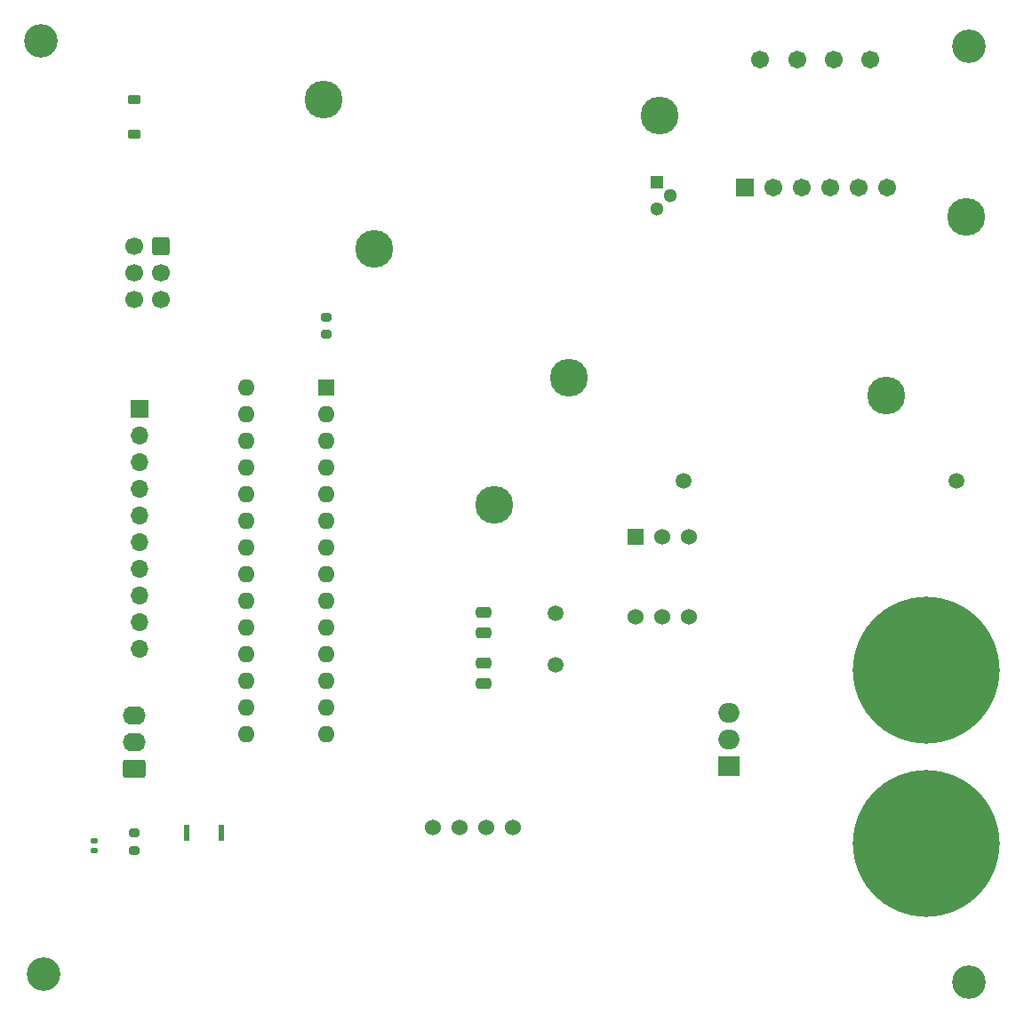
<source format=gbs>
G04 #@! TF.GenerationSoftware,KiCad,Pcbnew,(7.0.0)*
G04 #@! TF.CreationDate,2023-03-29T00:30:15-05:00*
G04 #@! TF.ProjectId,445,3434352e-6b69-4636-9164-5f7063625858,rev?*
G04 #@! TF.SameCoordinates,Original*
G04 #@! TF.FileFunction,Soldermask,Bot*
G04 #@! TF.FilePolarity,Negative*
%FSLAX46Y46*%
G04 Gerber Fmt 4.6, Leading zero omitted, Abs format (unit mm)*
G04 Created by KiCad (PCBNEW (7.0.0)) date 2023-03-29 00:30:15*
%MOMM*%
%LPD*%
G01*
G04 APERTURE LIST*
G04 Aperture macros list*
%AMRoundRect*
0 Rectangle with rounded corners*
0 $1 Rounding radius*
0 $2 $3 $4 $5 $6 $7 $8 $9 X,Y pos of 4 corners*
0 Add a 4 corners polygon primitive as box body*
4,1,4,$2,$3,$4,$5,$6,$7,$8,$9,$2,$3,0*
0 Add four circle primitives for the rounded corners*
1,1,$1+$1,$2,$3*
1,1,$1+$1,$4,$5*
1,1,$1+$1,$6,$7*
1,1,$1+$1,$8,$9*
0 Add four rect primitives between the rounded corners*
20,1,$1+$1,$2,$3,$4,$5,0*
20,1,$1+$1,$4,$5,$6,$7,0*
20,1,$1+$1,$6,$7,$8,$9,0*
20,1,$1+$1,$8,$9,$2,$3,0*%
G04 Aperture macros list end*
%ADD10C,3.200000*%
%ADD11C,1.500000*%
%ADD12R,1.701800X1.701800*%
%ADD13C,1.701800*%
%ADD14C,3.600000*%
%ADD15C,9.000000*%
%ADD16C,14.000000*%
%ADD17R,2.000000X1.905000*%
%ADD18O,2.000000X1.905000*%
%ADD19R,1.300000X1.300000*%
%ADD20C,1.300000*%
%ADD21R,1.700000X1.700000*%
%ADD22O,1.700000X1.700000*%
%ADD23R,1.600000X1.600000*%
%ADD24O,1.600000X1.600000*%
%ADD25C,1.530000*%
%ADD26RoundRect,0.225000X-0.375000X0.225000X-0.375000X-0.225000X0.375000X-0.225000X0.375000X0.225000X0*%
%ADD27RoundRect,0.250000X0.600000X0.600000X-0.600000X0.600000X-0.600000X-0.600000X0.600000X-0.600000X0*%
%ADD28C,1.700000*%
%ADD29RoundRect,0.250000X-0.475000X0.250000X-0.475000X-0.250000X0.475000X-0.250000X0.475000X0.250000X0*%
%ADD30RoundRect,0.200000X0.275000X-0.200000X0.275000X0.200000X-0.275000X0.200000X-0.275000X-0.200000X0*%
%ADD31R,1.524000X1.524000*%
%ADD32C,1.524000*%
%ADD33RoundRect,0.140000X0.170000X-0.140000X0.170000X0.140000X-0.170000X0.140000X-0.170000X-0.140000X0*%
%ADD34RoundRect,0.200000X-0.275000X0.200000X-0.275000X-0.200000X0.275000X-0.200000X0.275000X0.200000X0*%
%ADD35RoundRect,0.250000X0.845000X-0.620000X0.845000X0.620000X-0.845000X0.620000X-0.845000X-0.620000X0*%
%ADD36O,2.190000X1.740000*%
%ADD37R,0.550000X1.500000*%
G04 APERTURE END LIST*
D10*
X119126000Y-33782000D03*
D11*
X206294000Y-75692000D03*
X180294000Y-75692000D03*
D12*
X186175999Y-47745999D03*
D13*
X188876000Y-47746000D03*
X191576000Y-47746000D03*
X194276000Y-47746000D03*
X196976000Y-47746000D03*
X199676000Y-47746000D03*
X198116000Y-35546000D03*
X194616000Y-35546000D03*
X191116000Y-35546000D03*
X187616000Y-35546000D03*
D10*
X207518000Y-34290000D03*
D14*
X150876000Y-53594000D03*
X169418000Y-65913000D03*
D10*
X207518000Y-123444000D03*
D15*
X203454000Y-110236000D03*
D16*
X203454000Y-110236000D03*
D14*
X199644000Y-67564000D03*
X162306000Y-77978000D03*
X178054000Y-40894000D03*
D17*
X184586999Y-102869999D03*
D18*
X184586999Y-100329999D03*
X184586999Y-97789999D03*
D19*
X177799999Y-47233999D03*
D20*
X179070000Y-48514000D03*
X177800000Y-49774000D03*
D10*
X119380000Y-122682000D03*
D14*
X207264000Y-50546000D03*
X146050000Y-39370000D03*
D15*
X203454000Y-93726000D03*
D16*
X203454000Y-93726000D03*
D21*
X128523999Y-68833999D03*
D22*
X128523999Y-71373999D03*
X128523999Y-73913999D03*
X128523999Y-76453999D03*
X128523999Y-78993999D03*
X128523999Y-81533999D03*
X128523999Y-84073999D03*
X128523999Y-86613999D03*
X128523999Y-89153999D03*
X128523999Y-91693999D03*
D11*
X168148000Y-93218000D03*
X168148000Y-88338000D03*
D23*
X146303999Y-66801999D03*
D24*
X146303999Y-69341999D03*
X146303999Y-71881999D03*
X146303999Y-74421999D03*
X146303999Y-76961999D03*
X146303999Y-79501999D03*
X146303999Y-82041999D03*
X146303999Y-84581999D03*
X146303999Y-87121999D03*
X146303999Y-89661999D03*
X146303999Y-92201999D03*
X146303999Y-94741999D03*
X146303999Y-97281999D03*
X146303999Y-99821999D03*
X138683999Y-99821999D03*
X138683999Y-97281999D03*
X138683999Y-94741999D03*
X138683999Y-92201999D03*
X138683999Y-89661999D03*
X138683999Y-87121999D03*
X138683999Y-84581999D03*
X138683999Y-82041999D03*
X138683999Y-79501999D03*
X138683999Y-76961999D03*
X138683999Y-74421999D03*
X138683999Y-71881999D03*
X138683999Y-69341999D03*
X138683999Y-66801999D03*
D25*
X164084000Y-108731000D03*
X161544000Y-108731000D03*
X159004000Y-108731000D03*
X156464000Y-108731000D03*
D26*
X128016000Y-39370000D03*
X128016000Y-42670000D03*
D27*
X130556000Y-53340000D03*
D28*
X128016000Y-53340000D03*
X130556000Y-55880000D03*
X128016000Y-55880000D03*
X130556000Y-58420000D03*
X128016000Y-58420000D03*
D29*
X161290000Y-88270000D03*
X161290000Y-90170000D03*
D30*
X127952000Y-110934000D03*
X127952000Y-109284000D03*
D31*
X175767999Y-81025999D03*
D32*
X178308000Y-81026000D03*
X180848000Y-81026000D03*
X180848000Y-88646000D03*
X178308000Y-88646000D03*
X175768000Y-88646000D03*
D33*
X124142000Y-110934000D03*
X124142000Y-109974000D03*
D34*
X146304000Y-60135000D03*
X146304000Y-61785000D03*
D29*
X161290000Y-93096000D03*
X161290000Y-94996000D03*
D35*
X128006000Y-103124000D03*
D36*
X128005999Y-100583999D03*
X128005999Y-98043999D03*
D37*
X136244999Y-109219999D03*
X132994999Y-109219999D03*
M02*

</source>
